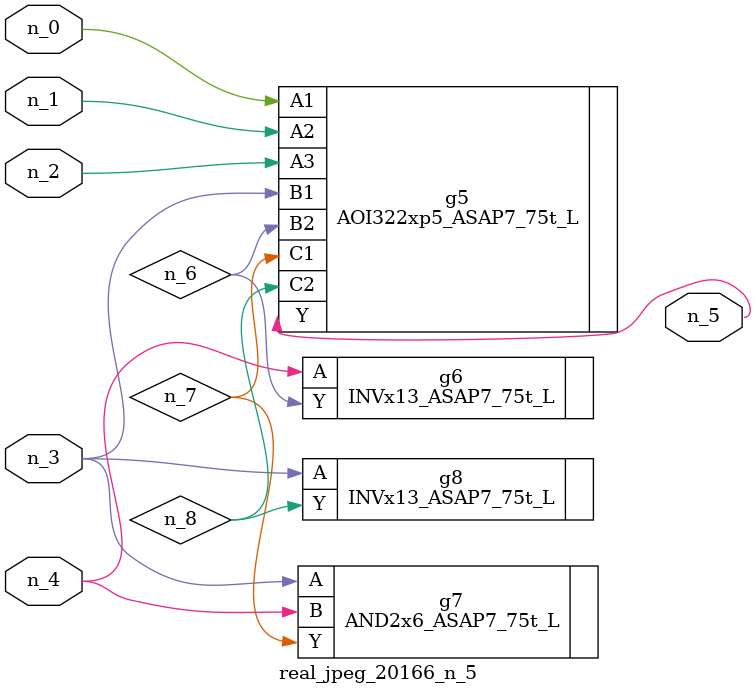
<source format=v>
module real_jpeg_20166_n_5 (n_4, n_0, n_1, n_2, n_3, n_5);

input n_4;
input n_0;
input n_1;
input n_2;
input n_3;

output n_5;

wire n_8;
wire n_6;
wire n_7;

AOI322xp5_ASAP7_75t_L g5 ( 
.A1(n_0),
.A2(n_1),
.A3(n_2),
.B1(n_3),
.B2(n_6),
.C1(n_7),
.C2(n_8),
.Y(n_5)
);

AND2x6_ASAP7_75t_L g7 ( 
.A(n_3),
.B(n_4),
.Y(n_7)
);

INVx13_ASAP7_75t_L g8 ( 
.A(n_3),
.Y(n_8)
);

INVx13_ASAP7_75t_L g6 ( 
.A(n_4),
.Y(n_6)
);


endmodule
</source>
